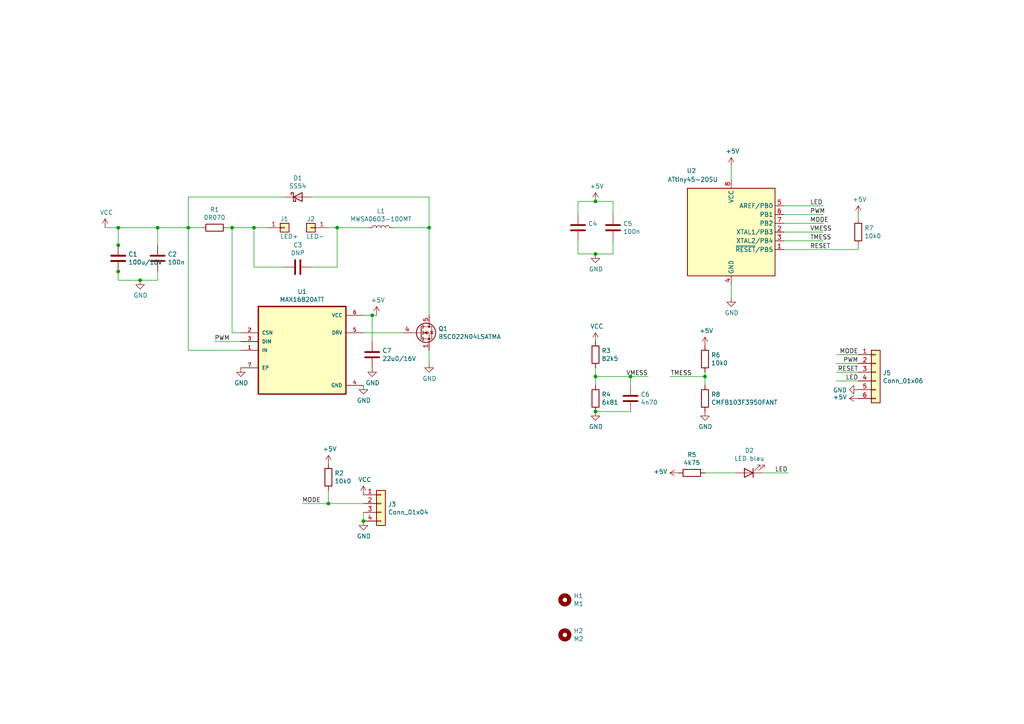
<source format=kicad_sch>
(kicad_sch (version 20211123) (generator eeschema)
  (paper "A4")
  (title_block (title "LED Buck 3A") (date "2020-10-30") (rev "4"))
  (lib_symbols
    (symbol "Connector_Generic:Conn_01x01" (pin_names (offset 1.016) hide)
      (property "Reference" "J" (at 0 2.54 0))
      (property "Value" "Conn_01x01" (at 0 -2.54 0))
      (symbol "Conn_01x01_1_1"
        (rectangle (start -1.27 0.127) (end 0 -0.127) (stroke (width 0.1524)))
        (rectangle (start -1.27 1.27) (end 1.27 -1.27) (stroke (width 0.254)) (fill (type background)))
        (pin passive line (at -5.08 0 0) (length 3.81) (name "Pin_1") (number "1"))
      )
    )
    (symbol "Connector_Generic:Conn_01x04" (pin_names (offset 1.016) hide)
      (property "Reference" "J" (at 0 5.08 0))
      (property "Value" "Conn_01x04" (at 0 -7.62 0))
      (symbol "Conn_01x04_1_1"
        (rectangle (start -1.27 -4.953) (end 0 -5.207) (stroke (width 0.1524)))
        (rectangle (start -1.27 -2.413) (end 0 -2.667) (stroke (width 0.1524)))
        (rectangle (start -1.27 0.127) (end 0 -0.127) (stroke (width 0.1524)))
        (rectangle (start -1.27 2.667) (end 0 2.413) (stroke (width 0.1524)))
        (rectangle (start -1.27 3.81) (end 1.27 -6.35) (stroke (width 0.254)) (fill (type background)))
        (pin passive line (at -5.08 2.54 0) (length 3.81) (name "Pin_1") (number "1"))
        (pin passive line (at -5.08 0 0) (length 3.81) (name "Pin_2") (number "2"))
        (pin passive line (at -5.08 -2.54 0) (length 3.81) (name "Pin_3") (number "3"))
        (pin passive line (at -5.08 -5.08 0) (length 3.81) (name "Pin_4") (number "4"))
      )
    )
    (symbol "Connector_Generic:Conn_01x06" (pin_names (offset 1.016) hide)
      (property "Reference" "J" (at 0 7.62 0))
      (property "Value" "Conn_01x06" (at 0 -10.16 0))
      (symbol "Conn_01x06_1_1"
        (rectangle (start -1.27 -7.493) (end 0 -7.747) (stroke (width 0.1524)))
        (rectangle (start -1.27 -4.953) (end 0 -5.207) (stroke (width 0.1524)))
        (rectangle (start -1.27 -2.413) (end 0 -2.667) (stroke (width 0.1524)))
        (rectangle (start -1.27 0.127) (end 0 -0.127) (stroke (width 0.1524)))
        (rectangle (start -1.27 2.667) (end 0 2.413) (stroke (width 0.1524)))
        (rectangle (start -1.27 5.207) (end 0 4.953) (stroke (width 0.1524)))
        (rectangle (start -1.27 6.35) (end 1.27 -8.89) (stroke (width 0.254)) (fill (type background)))
        (pin passive line (at -5.08 5.08 0) (length 3.81) (name "Pin_1") (number "1"))
        (pin passive line (at -5.08 2.54 0) (length 3.81) (name "Pin_2") (number "2"))
        (pin passive line (at -5.08 0 0) (length 3.81) (name "Pin_3") (number "3"))
        (pin passive line (at -5.08 -2.54 0) (length 3.81) (name "Pin_4") (number "4"))
        (pin passive line (at -5.08 -5.08 0) (length 3.81) (name "Pin_5") (number "5"))
        (pin passive line (at -5.08 -7.62 0) (length 3.81) (name "Pin_6") (number "6"))
      )
    )
    (symbol "Device:C" (pin_numbers hide) (pin_names (offset 0.254))
      (property "Reference" "C" (at 0.635 2.54 0))
      (property "Value" "C" (at 0.635 -2.54 0))
      (symbol "C_0_1"
        (polyline (pts (xy -2.032 -0.762) (xy 2.032 -0.762)) (stroke (width 0.508)))
        (polyline (pts (xy -2.032 0.762) (xy 2.032 0.762)) (stroke (width 0.508)))
      )
      (symbol "C_1_1"
        (pin passive line (at 0 3.81 270) (length 2.794) (name "~") (number "1"))
        (pin passive line (at 0 -3.81 90) (length 2.794) (name "~") (number "2"))
      )
    )
    (symbol "Device:D_Schottky" (pin_numbers hide) (pin_names (offset 1.016) hide)
      (property "Reference" "D" (at 0 2.54 0))
      (property "Value" "D_Schottky" (at 0 -2.54 0))
      (symbol "D_Schottky_0_1"
        (polyline (pts (xy 1.27 0) (xy -1.27 0)))
        (polyline (pts (xy 1.27 1.27) (xy 1.27 -1.27) (xy -1.27 0) (xy 1.27 1.27)) (stroke (width 0.254)))
        (polyline (pts (xy -1.905 0.635) (xy -1.905 1.27) (xy -1.27 1.27) (xy -1.27 -1.27) (xy -0.635 -1.27) (xy -0.635 -0.635)) (stroke (width 0.254)))
      )
      (symbol "D_Schottky_1_1"
        (pin passive line (at -3.81 0 0) (length 2.54) (name "K") (number "1"))
        (pin passive line (at 3.81 0 180) (length 2.54) (name "A") (number "2"))
      )
    )
    (symbol "Device:L" (pin_numbers hide) (pin_names (offset 1.016) hide)
      (property "Reference" "L" (at -1.27 0 90))
      (property "Value" "L" (at 1.905 0 90))
      (symbol "L_0_1"
        (arc (start 0 -2.54) (mid 0.635 -1.905) (end 0 -1.27))
        (arc (start 0 -1.27) (mid 0.635 -0.635) (end 0 0))
        (arc (start 0 0) (mid 0.635 0.635) (end 0 1.27))
        (arc (start 0 1.27) (mid 0.635 1.905) (end 0 2.54))
      )
      (symbol "L_1_1"
        (pin passive line (at 0 3.81 270) (length 1.27) (name "1") (number "1"))
        (pin passive line (at 0 -3.81 90) (length 1.27) (name "2") (number "2"))
      )
    )
    (symbol "Device:LED" (pin_numbers hide) (pin_names (offset 1.016) hide)
      (property "Reference" "D" (at 0 2.54 0))
      (property "Value" "LED" (at 0 -2.54 0))
      (symbol "LED_0_1"
        (polyline (pts (xy -1.27 -1.27) (xy -1.27 1.27)) (stroke (width 0.254)))
        (polyline (pts (xy -1.27 0) (xy 1.27 0)))
        (polyline (pts (xy 1.27 -1.27) (xy 1.27 1.27) (xy -1.27 0) (xy 1.27 -1.27)) (stroke (width 0.254)))
        (polyline (pts (xy -3.048 -0.762) (xy -4.572 -2.286) (xy -3.81 -2.286) (xy -4.572 -2.286) (xy -4.572 -1.524)))
        (polyline (pts (xy -1.778 -0.762) (xy -3.302 -2.286) (xy -2.54 -2.286) (xy -3.302 -2.286) (xy -3.302 -1.524)))
      )
      (symbol "LED_1_1"
        (pin passive line (at -3.81 0 0) (length 2.54) (name "K") (number "1"))
        (pin passive line (at 3.81 0 180) (length 2.54) (name "A") (number "2"))
      )
    )
    (symbol "Device:R" (pin_numbers hide) (pin_names (offset 0))
      (property "Reference" "R" (at 2.032 0 90))
      (property "Value" "R" (at 0 0 90))
      (symbol "R_0_1"
        (rectangle (start -1.016 -2.54) (end 1.016 2.54) (stroke (width 0.254)))
      )
      (symbol "R_1_1"
        (pin passive line (at 0 3.81 270) (length 1.27) (name "~") (number "1"))
        (pin passive line (at 0 -3.81 90) (length 1.27) (name "~") (number "2"))
      )
    )
    (symbol "Mechanical:MountingHole" (pin_names (offset 1.016))
      (property "Reference" "H" (at 0 5.08 0))
      (property "Value" "MountingHole" (at 0 3.175 0))
      (symbol "MountingHole_0_1"
        (circle (center 0 0) (radius 1.27) (stroke (width 1.27)))
      )
    )
    (symbol "Transistor_FET:BSC040N08NS5" (pin_names hide)
      (property "Reference" "Q" (at 5.08 1.905 0))
      (property "Value" "BSC040N08NS5" (at 5.08 0 0))
      (symbol "BSC040N08NS5_0_1"
        (polyline (pts (xy 0.254 0) (xy -2.54 0)))
        (polyline (pts (xy 0.254 1.905) (xy 0.254 -1.905)) (stroke (width 0.254)))
        (polyline (pts (xy 0.762 -1.27) (xy 0.762 -2.286)) (stroke (width 0.254)))
        (polyline (pts (xy 0.762 0.508) (xy 0.762 -0.508)) (stroke (width 0.254)))
        (polyline (pts (xy 0.762 2.286) (xy 0.762 1.27)) (stroke (width 0.254)))
        (polyline (pts (xy 2.54 2.54) (xy 2.54 1.778)))
        (polyline (pts (xy 2.54 -2.54) (xy 2.54 0) (xy 0.762 0)))
        (polyline (pts (xy 0.762 -1.778) (xy 3.302 -1.778) (xy 3.302 1.778) (xy 0.762 1.778)))
        (polyline (pts (xy 1.016 0) (xy 2.032 0.381) (xy 2.032 -0.381) (xy 1.016 0)) (fill (type outline)))
        (polyline (pts (xy 2.794 0.508) (xy 2.921 0.381) (xy 3.683 0.381) (xy 3.81 0.254)))
        (polyline (pts (xy 3.302 0.381) (xy 2.921 -0.254) (xy 3.683 -0.254) (xy 3.302 0.381)))
        (circle (center 1.651 0) (radius 2.794) (stroke (width 0.254)))
        (circle (center 2.54 -1.778) (radius 0.254) (fill (type outline)))
        (circle (center 2.54 1.778) (radius 0.254) (fill (type outline)))
      )
      (symbol "BSC040N08NS5_1_1"
        (pin passive line (at 2.54 -5.08 90) (length 2.54) (name "S") (number "1"))
        (pin passive line (at 2.54 -5.08 90) (length 2.54) hide (name "S") (number "2"))
        (pin passive line (at 2.54 -5.08 90) (length 2.54) hide (name "S") (number "3"))
        (pin passive line (at -5.08 0 0) (length 2.54) (name "G") (number "4"))
        (pin passive line (at 2.54 5.08 270) (length 2.54) (name "D") (number "5"))
      )
    )
    (symbol "buck3a:MAX16819ATT+T" (pin_names (offset 1.016))
      (property "Reference" "U" (at -12.7 13.6906 0))
      (property "Value" "MAX16819ATT+T" (at -12.7 -16.6878 0))
      (symbol "MAX16819ATT+T_0_0"
        (pin input line (at -17.78 0 0) (length 5.08) (name "IN") (number "1"))
        (pin input line (at -17.78 5.08 0) (length 5.08) (name "CSN") (number "2"))
        (pin input line (at -17.78 2.54 0) (length 5.08) (name "DIM") (number "3"))
        (pin power_in line (at 17.78 -10.16 180) (length 5.08) (name "GND") (number "4"))
        (pin output line (at 17.78 5.08 180) (length 5.08) (name "DRV") (number "5"))
        (pin power_in line (at 17.78 10.16 180) (length 5.08) (name "VCC") (number "6"))
        (pin bidirectional line (at -17.78 -5.08 0) (length 5.08) (name "EP") (number "7"))
      )
      (symbol "MAX16819ATT+T_1_0"
        (rectangle (start 12.7 -12.7) (end -12.7 12.7) (stroke (width 0.4064)) (fill (type background)))
      )
    )
    (symbol "buck_3a_v4-rescue:ATtiny45-20SU-MCU_Microchip_ATtiny"
      (property "Reference" "U" (at -12.7 13.97 0))
      (property "Value" "ATtiny45-20SU-MCU_Microchip_ATtiny" (at 2.54 -13.97 0))
      (symbol "ATtiny45-20SU-MCU_Microchip_ATtiny_0_1"
        (rectangle (start -12.7 -12.7) (end 12.7 12.7) (stroke (width 0.254)) (fill (type background)))
      )
      (symbol "ATtiny45-20SU-MCU_Microchip_ATtiny_1_1"
        (pin bidirectional line (at 15.24 -5.08 180) (length 2.54) (name "~{RESET}/PB5") (number "1"))
        (pin bidirectional line (at 15.24 0 180) (length 2.54) (name "XTAL1/PB3") (number "2"))
        (pin bidirectional line (at 15.24 -2.54 180) (length 2.54) (name "XTAL2/PB4") (number "3"))
        (pin power_in line (at 0 -15.24 90) (length 2.54) (name "GND") (number "4"))
        (pin bidirectional line (at 15.24 7.62 180) (length 2.54) (name "AREF/PB0") (number "5"))
        (pin bidirectional line (at 15.24 5.08 180) (length 2.54) (name "PB1") (number "6"))
        (pin bidirectional line (at 15.24 2.54 180) (length 2.54) (name "PB2") (number "7"))
        (pin power_in line (at 0 15.24 270) (length 2.54) (name "VCC") (number "8"))
      )
    )
    (symbol "power:+5V" (power) (pin_names (offset 0))
      (property "Value" "+5V" (at 0 3.556 0))
      (symbol "+5V_0_1"
        (polyline (pts (xy -0.762 1.27) (xy 0 2.54)))
        (polyline (pts (xy 0 0) (xy 0 2.54)))
        (polyline (pts (xy 0 2.54) (xy 0.762 1.27)))
      )
      (symbol "+5V_1_1"
        (pin power_in line (at 0 0 90) (length 0) hide (name "+5V") (number "1"))
      )
    )
    (symbol "power:GND" (power) (pin_names (offset 0))
      (property "Value" "GND" (at 0 -3.81 0))
      (symbol "GND_0_1"
        (polyline (pts (xy 0 0) (xy 0 -1.27) (xy 1.27 -1.27) (xy 0 -2.54) (xy -1.27 -1.27) (xy 0 -1.27)))
      )
      (symbol "GND_1_1"
        (pin power_in line (at 0 0 270) (length 0) hide (name "GND") (number "1"))
      )
    )
    (symbol "power:VCC" (power) (pin_names (offset 0))
      (property "Value" "VCC" (at 0 3.81 0))
      (symbol "VCC_0_1"
        (polyline (pts (xy -0.762 1.27) (xy 0 2.54)))
        (polyline (pts (xy 0 0) (xy 0 2.54)))
        (polyline (pts (xy 0 2.54) (xy 0.762 1.27)))
      )
      (symbol "VCC_1_1"
        (pin power_in line (at 0 0 90) (length 0) hide (name "VCC") (number "1"))
      )
    )
  )
  (junction (at 105.41 151.13))
  (junction (at 172.72 73.66))
  (junction (at 45.72 66.04))
  (junction (at 40.64 81.28))
  (junction (at 67.31 66.04))
  (junction (at 172.72 109.22))
  (junction (at 73.66 66.04))
  (junction (at 54.61 66.04))
  (junction (at 182.88 109.22))
  (junction (at 172.72 58.42))
  (junction (at 124.46 66.04))
  (junction (at 97.79 66.04))
  (junction (at 95.25 146.05))
  (junction (at 204.47 109.22))
  (junction (at 34.29 66.04))
  (junction (at 34.29 71.12))
  (junction (at 172.72 119.38))
  (junction (at 107.95 91.44))
  (junction (at 34.29 78.74))
  (wire (pts (xy 54.61 66.04) (xy 54.61 101.6)))
  (wire (pts (xy 227.33 69.85) (xy 238.76 69.85)))
  (wire (pts (xy 172.72 73.66) (xy 177.8 73.66)))
  (wire (pts (xy 97.79 77.47) (xy 97.79 66.04)))
  (wire (pts (xy 34.29 71.12) (xy 34.29 66.04)))
  (wire (pts (xy 73.66 66.04) (xy 73.66 77.47)))
  (wire (pts (xy 227.33 59.69) (xy 238.76 59.69)))
  (wire (pts (xy 172.72 106.68) (xy 172.72 109.22)))
  (wire (pts (xy 212.09 82.55) (xy 212.09 86.36)))
  (wire (pts (xy 105.41 91.44) (xy 107.95 91.44)))
  (wire (pts (xy 69.85 99.06) (xy 62.23 99.06)))
  (wire (pts (xy 97.79 66.04) (xy 106.68 66.04)))
  (wire (pts (xy 227.33 72.39) (xy 248.92 72.39)))
  (wire (pts (xy 248.92 105.41) (xy 242.57 105.41)))
  (wire (pts (xy 167.64 58.42) (xy 167.64 62.23)))
  (wire (pts (xy 107.95 91.44) (xy 109.22 91.44)))
  (wire (pts (xy 227.33 64.77) (xy 238.76 64.77)))
  (wire (pts (xy 34.29 81.28) (xy 40.64 81.28)))
  (wire (pts (xy 107.95 99.06) (xy 107.95 91.44)))
  (wire (pts (xy 177.8 62.23) (xy 177.8 58.42)))
  (wire (pts (xy 95.25 146.05) (xy 87.63 146.05)))
  (wire (pts (xy 182.88 109.22) (xy 187.96 109.22)))
  (wire (pts (xy 66.04 66.04) (xy 67.31 66.04)))
  (wire (pts (xy 95.25 146.05) (xy 95.25 142.24)))
  (wire (pts (xy 248.92 110.49) (xy 242.57 110.49)))
  (wire (pts (xy 54.61 101.6) (xy 69.85 101.6)))
  (wire (pts (xy 30.48 66.04) (xy 34.29 66.04)))
  (wire (pts (xy 67.31 66.04) (xy 73.66 66.04)))
  (wire (pts (xy 54.61 66.04) (xy 58.42 66.04)))
  (wire (pts (xy 73.66 77.47) (xy 82.55 77.47)))
  (wire (pts (xy 182.88 119.38) (xy 172.72 119.38)))
  (wire (pts (xy 172.72 58.42) (xy 167.64 58.42)))
  (wire (pts (xy 167.64 73.66) (xy 172.72 73.66)))
  (wire (pts (xy 54.61 57.15) (xy 54.61 66.04)))
  (wire (pts (xy 124.46 66.04) (xy 124.46 91.44)))
  (wire (pts (xy 95.25 66.04) (xy 97.79 66.04)))
  (wire (pts (xy 95.25 146.05) (xy 105.41 146.05)))
  (wire (pts (xy 45.72 71.12) (xy 45.72 66.04)))
  (wire (pts (xy 212.09 48.26) (xy 212.09 52.07)))
  (wire (pts (xy 204.47 107.95) (xy 204.47 109.22)))
  (wire (pts (xy 124.46 101.6) (xy 124.46 105.41)))
  (wire (pts (xy 114.3 66.04) (xy 124.46 66.04)))
  (wire (pts (xy 124.46 57.15) (xy 124.46 66.04)))
  (wire (pts (xy 248.92 102.87) (xy 242.57 102.87)))
  (wire (pts (xy 167.64 69.85) (xy 167.64 73.66)))
  (wire (pts (xy 182.88 111.76) (xy 182.88 109.22)))
  (wire (pts (xy 34.29 66.04) (xy 45.72 66.04)))
  (wire (pts (xy 204.47 137.16) (xy 213.36 137.16)))
  (wire (pts (xy 67.31 96.52) (xy 69.85 96.52)))
  (wire (pts (xy 172.72 109.22) (xy 172.72 111.76)))
  (wire (pts (xy 177.8 58.42) (xy 172.72 58.42)))
  (wire (pts (xy 248.92 107.95) (xy 242.57 107.95)))
  (wire (pts (xy 248.92 63.5) (xy 248.92 62.23)))
  (wire (pts (xy 45.72 81.28) (xy 45.72 78.74)))
  (wire (pts (xy 45.72 66.04) (xy 54.61 66.04)))
  (wire (pts (xy 105.41 148.59) (xy 105.41 151.13)))
  (wire (pts (xy 248.92 72.39) (xy 248.92 71.12)))
  (wire (pts (xy 90.17 77.47) (xy 97.79 77.47)))
  (wire (pts (xy 204.47 109.22) (xy 194.31 109.22)))
  (wire (pts (xy 82.55 57.15) (xy 54.61 57.15)))
  (wire (pts (xy 40.64 81.28) (xy 45.72 81.28)))
  (wire (pts (xy 90.17 57.15) (xy 124.46 57.15)))
  (wire (pts (xy 172.72 109.22) (xy 182.88 109.22)))
  (wire (pts (xy 227.33 62.23) (xy 238.76 62.23)))
  (wire (pts (xy 34.29 78.74) (xy 34.29 81.28)))
  (wire (pts (xy 67.31 66.04) (xy 67.31 96.52)))
  (wire (pts (xy 105.41 96.52) (xy 116.84 96.52)))
  (wire (pts (xy 220.98 137.16) (xy 228.6 137.16)))
  (wire (pts (xy 227.33 67.31) (xy 238.76 67.31)))
  (wire (pts (xy 204.47 109.22) (xy 204.47 111.76)))
  (wire (pts (xy 73.66 66.04) (xy 77.47 66.04)))
  (wire (pts (xy 177.8 73.66) (xy 177.8 69.85)))
  (label "VMESS" (at 181.61 109.22 0))
  (label "RESET" (at 234.95 72.39 0))
  (label "PWM" (at 248.92 105.41 180))
  (label "VMESS" (at 234.95 67.31 0))
  (label "LED" (at 248.92 110.49 180))
  (label "MODE" (at 234.95 64.77 0))
  (label "PWM" (at 234.95 62.23 0))
  (label "TMESS" (at 234.95 69.85 0))
  (label "TMESS" (at 200.66 109.22 180))
  (label "MODE" (at 248.92 102.87 180))
  (label "LED" (at 224.79 137.16 0))
  (label "MODE" (at 87.63 146.05 0))
  (label "RESET" (at 248.92 107.95 180))
  (label "PWM" (at 62.23 99.06 0))
  (label "LED" (at 234.95 59.69 0))
  (symbol (lib_id "buck_3a_v4-rescue:ATtiny45-20SU-MCU_Microchip_ATtiny") (at 212.09 67.31 0) (unit 1)
    (property "Reference" "U2" (at 201.93 49.53 0) (effects (justify right)))
    (property "Value" "ATtiny45-20SU" (at 208.28 52.07 0) (effects (justify right)))
    (property "Footprint" "Package_SO:SOIJ-8_5.3x5.3mm_P1.27mm" (effects hide))
    (property "Datasheet" "http://ww1.microchip.com/downloads/en/DeviceDoc/atmel-2586-avr-8-bit-microcontroller-attiny25-attiny45-attiny85_datasheet.pdf" (effects hide))
    (property "LCSC" "C62689" (effects hide))
  )
  (symbol (lib_id "buck3a:MAX16819ATT+T") (at 87.63 101.6 0) (unit 1)
    (property "Reference" "U1" (at 87.63 84.582 0))
    (property "Value" "MAX16820ATT" (at 87.63 86.8934 0))
    (property "Footprint" "buck_3a_v4:SON95P300X300X80-7N" (effects hide))
    (property "LCSC" "C143371" (effects hide))
  )
  (symbol (lib_id "Device:R") (at 62.23 66.04 270) (unit 1)
    (property "Reference" "R1" (at 62.23 60.7822 90))
    (property "Value" "0R070" (at 62.23 63.0936 90))
    (property "Footprint" "Resistor_SMD:R_2512_6332Metric" (effects hide))
    (property "LCSC" "C76251" (effects hide))
  )
  (symbol (lib_id "Device:L") (at 110.49 66.04 90) (unit 1)
    (property "Reference" "L1" (at 110.49 61.214 90))
    (property "Value" "MWSA0603-100MT" (at 110.49 63.5254 90))
    (property "Footprint" "Inductor_SMD:L_Sumida_CDMC6D28_7.25x6.5mm" (effects hide))
    (property "LCSC" "C132141" (effects hide))
  )
  (symbol (lib_id "Transistor_FET:BSC040N08NS5") (at 121.92 96.52 0) (unit 1)
    (property "Reference" "Q1" (at 127.127 95.3516 0) (effects (justify left)))
    (property "Value" "BSC022N04LSATMA" (at 127.127 97.663 0) (effects (justify left)))
    (property "Footprint" "Package_TO_SOT_SMD:TDSON-8-1" (effects hide))
    (property "Datasheet" "http://www.infineon.com/dgdl/Infineon-BSC040N08NS5-DS-v02_00-EN.pdf?fileId=5546d4624ad04ef9014ae3065a7e2a05" (effects hide))
    (property "LCSC" " C148266" (effects hide))
  )
  (symbol (lib_id "Device:D_Schottky") (at 86.36 57.15 0) (unit 1)
    (property "Reference" "D1" (at 86.36 51.6382 0))
    (property "Value" "SS54" (at 86.36 53.9496 0))
    (property "Footprint" "Diode_SMD:D_SMA" (effects hide))
    (property "LCSC" "C22452" (effects hide))
  )
  (symbol (lib_id "Connector_Generic:Conn_01x06") (at 254 107.95 0) (unit 1)
    (property "Reference" "J5" (at 256.032 108.1532 0) (effects (justify left)))
    (property "Value" "Conn_01x06" (at 256.032 110.4646 0) (effects (justify left)))
    (property "Footprint" "Connector_PinHeader_2.00mm:PinHeader_1x06_P2.00mm_Vertical" (effects hide))
  )
  (symbol (lib_id "Connector_Generic:Conn_01x04") (at 110.49 146.05 0) (unit 1)
    (property "Reference" "J3" (at 112.522 146.2532 0) (effects (justify left)))
    (property "Value" "Conn_01x04" (at 112.522 148.5646 0) (effects (justify left)))
    (property "Footprint" "Connector_JST:JST_ZE_BM04B-ZESS-TBT_1x04-1MP_P1.50mm_Vertical" (effects hide))
  )
  (symbol (lib_id "Connector_Generic:Conn_01x01") (at 82.55 66.04 0) (unit 1)
    (property "Reference" "J1" (at 81.28 63.5 0) (effects (justify left)))
    (property "Value" "LED+" (at 81.28 68.58 0) (effects (justify left)))
    (property "Footprint" "TestPoint:TestPoint_Plated_Hole_D3.0mm" (effects hide))
  )
  (symbol (lib_id "Connector_Generic:Conn_01x01") (at 90.17 66.04 180) (unit 1)
    (property "Reference" "J2" (at 90.17 63.5 0))
    (property "Value" "LED-" (at 91.44 68.58 0))
    (property "Footprint" "TestPoint:TestPoint_Plated_Hole_D3.0mm" (effects hide))
  )
  (symbol (lib_id "Device:R") (at 248.92 67.31 0) (unit 1)
    (property "Reference" "R7" (at 250.698 66.1416 0) (effects (justify left)))
    (property "Value" "10k0" (at 250.698 68.453 0) (effects (justify left)))
    (property "Footprint" "Resistor_SMD:R_0805_2012Metric" (effects hide))
    (property "LCSC" "C17414" (effects hide))
  )
  (symbol (lib_id "Device:R") (at 204.47 104.14 0) (unit 1)
    (property "Reference" "R6" (at 206.248 102.9716 0) (effects (justify left)))
    (property "Value" "10k0" (at 206.248 105.283 0) (effects (justify left)))
    (property "Footprint" "Resistor_SMD:R_0805_2012Metric" (effects hide))
    (property "LCSC" "C17414" (effects hide))
  )
  (symbol (lib_id "Device:R") (at 172.72 102.87 0) (unit 1)
    (property "Reference" "R3" (at 174.498 101.7016 0) (effects (justify left)))
    (property "Value" "82k5" (at 174.498 104.013 0) (effects (justify left)))
    (property "Footprint" "Resistor_SMD:R_0805_2012Metric" (effects hide))
    (property "LCSC" "C17835" (effects hide))
  )
  (symbol (lib_id "Device:R") (at 172.72 115.57 0) (unit 1)
    (property "Reference" "R4" (at 174.498 114.4016 0) (effects (justify left)))
    (property "Value" "6k81" (at 174.498 116.713 0) (effects (justify left)))
    (property "Footprint" "Resistor_SMD:R_0805_2012Metric" (effects hide))
    (property "LCSC" "C17771" (effects hide))
  )
  (symbol (lib_id "Device:C") (at 177.8 66.04 0) (unit 1)
    (property "Reference" "C5" (at 180.721 64.8716 0) (effects (justify left)))
    (property "Value" "100n" (at 180.721 67.183 0) (effects (justify left)))
    (property "Footprint" "Capacitor_SMD:C_0805_2012Metric" (effects hide))
    (property "LCSC" "C49678" (effects hide))
  )
  (symbol (lib_id "Device:C") (at 45.72 74.93 0) (unit 1)
    (property "Reference" "C2" (at 48.641 73.7616 0) (effects (justify left)))
    (property "Value" "100n" (at 48.641 76.073 0) (effects (justify left)))
    (property "Footprint" "Capacitor_SMD:C_0805_2012Metric" (effects hide))
    (property "LCSC" "C49678" (effects hide))
  )
  (symbol (lib_id "Device:C") (at 34.29 74.93 0) (unit 1)
    (property "Reference" "C1" (at 37.211 73.7616 0) (effects (justify left)))
    (property "Value" "100u/16V" (at 37.211 76.073 0) (effects (justify left)))
    (property "Footprint" "Capacitor_SMD:C_1210_3225Metric" (effects hide))
    (property "LCSC" "C45783" (effects hide))
  )
  (symbol (lib_id "Device:C") (at 167.64 66.04 0) (unit 1)
    (property "Reference" "C4" (at 170.561 64.8716 0) (effects (justify left)))
    (property "Footprint" "Capacitor_SMD:C_0805_2012Metric" (effects hide))
    (property "LCSC" "C45783" (effects hide))
  )
  (symbol (lib_id "power:VCC") (at 30.48 66.04 0) (unit 1)
    (property "Reference" "#PWR0101" (effects hide))
    (property "Value" "VCC" (at 30.861 61.6458 0))
  )
  (symbol (lib_id "power:+5V") (at 109.22 91.44 0) (unit 1)
    (property "Reference" "#PWR0102" (effects hide))
    (property "Value" "+5V" (at 109.601 87.0458 0))
  )
  (symbol (lib_id "power:GND") (at 40.64 81.28 0) (unit 1)
    (property "Reference" "#PWR0104" (effects hide))
    (property "Value" "GND" (at 40.767 85.6742 0))
  )
  (symbol (lib_id "power:GND") (at 105.41 111.76 0) (unit 1)
    (property "Reference" "#PWR0105" (effects hide))
    (property "Value" "GND" (at 105.537 116.1542 0))
  )
  (symbol (lib_id "power:GND") (at 69.85 106.68 0) (unit 1)
    (property "Reference" "#PWR0106" (effects hide))
    (property "Value" "GND" (at 69.977 111.0742 0))
  )
  (symbol (lib_id "power:GND") (at 124.46 105.41 0) (unit 1)
    (property "Reference" "#PWR0107" (effects hide))
    (property "Value" "GND" (at 124.587 109.8042 0))
  )
  (symbol (lib_id "power:+5V") (at 172.72 58.42 0) (unit 1)
    (property "Reference" "#PWR0108" (effects hide))
    (property "Value" "+5V" (at 173.101 54.0258 0))
  )
  (symbol (lib_id "power:GND") (at 172.72 73.66 0) (unit 1)
    (property "Reference" "#PWR0109" (effects hide))
    (property "Value" "GND" (at 172.847 78.0542 0))
  )
  (symbol (lib_id "power:+5V") (at 212.09 48.26 0) (unit 1)
    (property "Reference" "#PWR0110" (effects hide))
    (property "Value" "+5V" (at 212.471 43.8658 0))
  )
  (symbol (lib_id "power:GND") (at 212.09 86.36 0) (unit 1)
    (property "Reference" "#PWR0111" (effects hide))
    (property "Value" "GND" (at 212.217 90.7542 0))
  )
  (symbol (lib_id "power:+5V") (at 248.92 62.23 0) (unit 1)
    (property "Reference" "#PWR0112" (effects hide))
    (property "Value" "+5V" (at 249.301 57.8358 0))
  )
  (symbol (lib_id "power:VCC") (at 172.72 99.06 0) (unit 1)
    (property "Reference" "#PWR0113" (effects hide))
    (property "Value" "VCC" (at 173.101 94.6658 0))
  )
  (symbol (lib_id "power:GND") (at 172.72 119.38 0) (unit 1)
    (property "Reference" "#PWR0114" (effects hide))
    (property "Value" "GND" (at 172.847 123.7742 0))
  )
  (symbol (lib_id "power:+5V") (at 204.47 100.33 0) (unit 1)
    (property "Reference" "#PWR0115" (effects hide))
    (property "Value" "+5V" (at 204.851 95.9358 0))
  )
  (symbol (lib_id "power:GND") (at 204.47 119.38 0) (unit 1)
    (property "Reference" "#PWR0116" (effects hide))
    (property "Value" "GND" (at 204.597 123.7742 0))
  )
  (symbol (lib_id "power:+5V") (at 248.92 115.57 90) (unit 1)
    (property "Reference" "#PWR0117" (effects hide))
    (property "Value" "+5V" (at 245.6688 115.189 90) (effects (justify left)))
  )
  (symbol (lib_id "power:GND") (at 248.92 113.03 270) (unit 1)
    (property "Reference" "#PWR0118" (effects hide))
    (property "Value" "GND" (at 245.6688 113.157 90) (effects (justify right)))
  )
  (symbol (lib_id "Device:R") (at 200.66 137.16 270) (unit 1)
    (property "Reference" "R5" (at 200.66 131.9022 90))
    (property "Value" "4k75" (at 200.66 134.2136 90))
    (property "Footprint" "Resistor_SMD:R_0805_2012Metric" (effects hide))
    (property "LCSC" "C17672" (effects hide))
  )
  (symbol (lib_id "Device:LED") (at 217.17 137.16 180) (unit 1)
    (property "Reference" "D2" (at 217.3478 130.683 0))
    (property "Value" "LED blau" (at 217.3478 132.9944 0))
    (property "Footprint" "LED_SMD:LED_0805_2012Metric" (effects hide))
    (property "LCSC" "C2293" (effects hide))
  )
  (symbol (lib_id "power:+5V") (at 196.85 137.16 90) (unit 1)
    (property "Reference" "#PWR0119" (effects hide))
    (property "Value" "+5V" (at 193.5988 136.779 90) (effects (justify left)))
  )
  (symbol (lib_id "power:VCC") (at 105.41 143.51 0) (unit 1)
    (property "Reference" "#PWR0120" (effects hide))
    (property "Value" "VCC" (at 105.791 139.1158 0))
  )
  (symbol (lib_id "power:GND") (at 105.41 151.13 0) (unit 1)
    (property "Reference" "#PWR0121" (effects hide))
    (property "Value" "GND" (at 105.537 155.5242 0))
  )
  (symbol (lib_id "Device:R") (at 95.25 138.43 0) (unit 1)
    (property "Reference" "R2" (at 97.028 137.2616 0) (effects (justify left)))
    (property "Value" "10k0" (at 97.028 139.573 0) (effects (justify left)))
    (property "Footprint" "Resistor_SMD:R_0805_2012Metric" (effects hide))
    (property "LCSC" "C17414" (effects hide))
  )
  (symbol (lib_id "power:+5V") (at 95.25 134.62 0) (unit 1)
    (property "Reference" "#PWR0122" (effects hide))
    (property "Value" "+5V" (at 95.631 130.2258 0))
  )
  (symbol (lib_id "Mechanical:MountingHole") (at 163.83 173.99 0) (unit 1)
    (property "Reference" "H1" (at 166.37 172.8216 0) (effects (justify left)))
    (property "Value" "M1" (at 166.37 175.133 0) (effects (justify left)))
    (property "Footprint" "MountingHole:MountingHole_3.2mm_M3" (effects hide))
  )
  (symbol (lib_id "Mechanical:MountingHole") (at 163.83 184.15 0) (unit 1)
    (property "Reference" "H2" (at 166.37 182.9816 0) (effects (justify left)))
    (property "Value" "M2" (at 166.37 185.293 0) (effects (justify left)))
    (property "Footprint" "MountingHole:MountingHole_3.2mm_M3" (effects hide))
  )
  (symbol (lib_id "Device:C") (at 182.88 115.57 0) (unit 1)
    (property "Reference" "C6" (at 185.801 114.4016 0) (effects (justify left)))
    (property "Value" "4n70" (at 185.801 116.713 0) (effects (justify left)))
    (property "Footprint" "Capacitor_SMD:C_0805_2012Metric" (effects hide))
    (property "LCSC" "C1744" (effects hide))
  )
  (symbol (lib_id "Device:R") (at 204.47 115.57 0) (unit 1)
    (property "Reference" "R8" (at 206.248 114.4016 0) (effects (justify left)))
    (property "Value" "CMFB103F3950FANT" (at 206.248 116.713 0) (effects (justify left)))
    (property "Footprint" "Resistor_SMD:R_0805_2012Metric" (effects hide))
    (property "LCSC" "C51597" (effects hide))
  )
  (symbol (lib_id "Device:C") (at 34.29 74.93 0) (unit 1)
    (property "Reference" "C1" (at 37.211 73.7616 0) (effects (justify left)))
    (property "Value" "100u/16V" (at 37.211 76.073 0) (effects (justify left)))
    (property "Footprint" "Capacitor_SMD:C_1210_3225Metric" (effects hide))
    (property "LCSC" "C90143" (effects hide))
  )
  (symbol (lib_id "Device:C") (at 86.36 77.47 270) (unit 1)
    (property "Reference" "C3" (at 86.36 71.0692 90))
    (property "Value" "DNP" (at 86.36 73.3806 90))
    (property "Footprint" "Capacitor_SMD:C_0805_2012Metric" (effects hide))
  )
  (symbol (lib_id "Device:C") (at 107.95 102.87 0) (unit 1)
    (property "Reference" "C7" (at 110.871 101.7016 0) (effects (justify left)))
    (property "Value" "22u0/16V" (at 110.871 104.013 0) (effects (justify left)))
    (property "Footprint" "Capacitor_SMD:C_0805_2012Metric" (effects hide))
    (property "LCSC" "C45783" (effects hide))
  )
  (symbol (lib_id "power:GND") (at 107.95 106.68 0) (unit 1)
    (property "Reference" "#PWR0103" (effects hide))
    (property "Value" "GND" (at 108.077 111.0742 0))
  )
)
</source>
